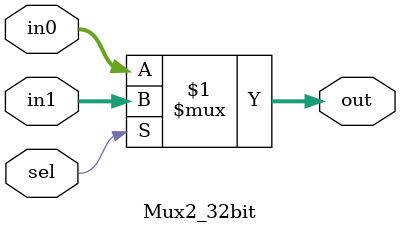
<source format=v>
`timescale 1ns/ 1ns
module Mux2_32bit(sel, in0, in1, out);
    input sel;
    input [31:0] in0, in1;
    output [31:0] out;

    assign out = sel ? in1 : in0;
endmodule
</source>
